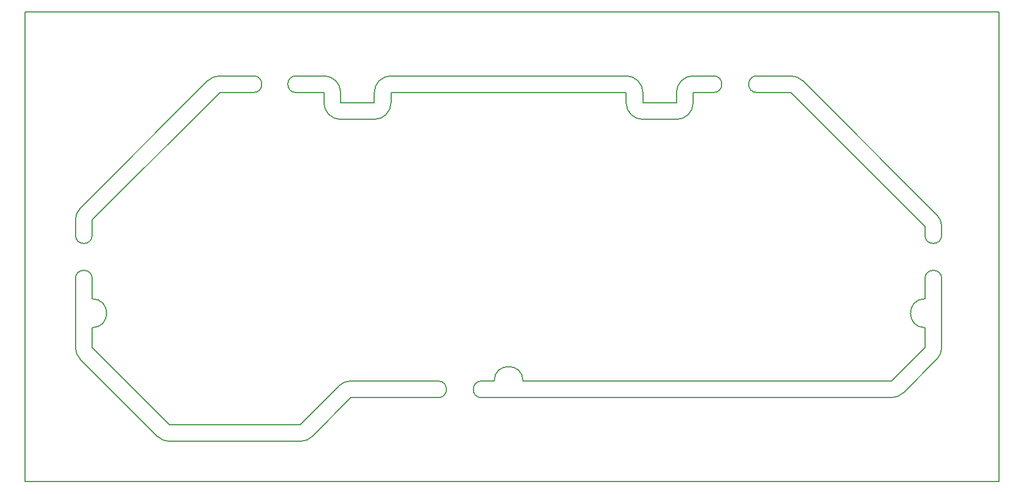
<source format=gbr>
%TF.GenerationSoftware,KiCad,Pcbnew,5.0.1*%
%TF.CreationDate,2019-03-15T13:44:14+01:00*%
%TF.ProjectId,rev1,726576312E6B696361645F7063620000,rev?*%
%TF.SameCoordinates,Original*%
%TF.FileFunction,Paste,Bot*%
%TF.FilePolarity,Positive*%
%FSLAX46Y46*%
G04 Gerber Fmt 4.6, Leading zero omitted, Abs format (unit mm)*
G04 Created by KiCad (PCBNEW 5.0.1) date Fri 15 Mar 2019 01:44:14 PM CET*
%MOMM*%
%LPD*%
G01*
G04 APERTURE LIST*
%ADD10C,0.200000*%
G04 APERTURE END LIST*
D10*
X130000000Y-138000000D02*
X110500000Y-138000000D01*
X108732233Y-137267767D02*
G75*
G03X110500000Y-138000000I1767767J1767767D01*
G01*
X131767767Y-137267767D02*
G75*
G02X130000000Y-138000000I-1767767J1767767D01*
G01*
X137500000Y-131500000D02*
X150500000Y-131500000D01*
X135732233Y-129732233D02*
G75*
G02X137500000Y-129000000I1767767J-1767767D01*
G01*
X97232233Y-125767767D02*
G75*
G02X96500000Y-124000000I1767767J1767767D01*
G01*
X137500000Y-131500000D02*
X131770000Y-137270000D01*
X130000000Y-135500000D02*
X135730000Y-129730000D01*
X110500000Y-135500000D02*
X130000000Y-135500000D01*
X188500000Y-83500000D02*
X191500000Y-83500000D01*
X181000000Y-87500000D02*
X186000000Y-87500000D01*
X181000000Y-87500000D02*
X181000000Y-86000000D01*
X186000000Y-87500000D02*
X186000000Y-86000000D01*
X188500000Y-83500000D02*
G75*
G03X186000000Y-86000000I0J-2500000D01*
G01*
X181000000Y-86000000D02*
G75*
G03X178500000Y-83500000I-2500000J0D01*
G01*
X141000000Y-87500000D02*
X141000000Y-86000000D01*
X136000000Y-87500000D02*
X141000000Y-87500000D01*
X136000000Y-87500000D02*
X136000000Y-86000000D01*
X129400000Y-83500000D02*
X133500000Y-83500000D01*
X136000000Y-86000000D02*
G75*
G03X133500000Y-83500000I-2500000J0D01*
G01*
X143500000Y-83500000D02*
G75*
G03X141000000Y-86000000I0J-2500000D01*
G01*
X158850000Y-129000000D02*
G75*
G02X163150000Y-129000000I2150000J0D01*
G01*
X224750000Y-125800000D02*
X219800000Y-130750000D01*
X219767767Y-130767767D02*
G75*
G02X218000000Y-131500000I-1767767J1767767D01*
G01*
X224767767Y-125767767D02*
G75*
G03X225500000Y-124000000I-1767767J1767767D01*
G01*
X97230000Y-125770000D02*
X108750000Y-137290000D01*
X224750000Y-104200000D02*
X204800000Y-84250000D01*
X204767767Y-84232233D02*
G75*
G03X203000000Y-83500000I-1767767J-1767767D01*
G01*
X224767767Y-104232233D02*
G75*
G02X225500000Y-106000000I-1767767J-1767767D01*
G01*
X116232233Y-84232233D02*
G75*
G02X118000000Y-83500000I1767767J-1767767D01*
G01*
X97232233Y-103232233D02*
G75*
G03X96500000Y-105000000I1767767J-1767767D01*
G01*
X97232233Y-103232233D02*
X116200000Y-84250000D01*
X188500000Y-87500000D02*
X188500000Y-86000000D01*
X181000000Y-90000000D02*
X186000000Y-90000000D01*
X178500000Y-87500000D02*
X178500000Y-86000000D01*
X186000000Y-90000000D02*
G75*
G03X188500000Y-87500000I0J2500000D01*
G01*
X178500000Y-87500000D02*
G75*
G03X181000000Y-90000000I2500000J0D01*
G01*
X141000000Y-90000000D02*
G75*
G03X143500000Y-87500000I0J2500000D01*
G01*
X133500000Y-87500000D02*
G75*
G03X136000000Y-90000000I2500000J0D01*
G01*
X218000000Y-131500000D02*
X157000000Y-131500000D01*
X157000000Y-129000000D02*
X158850000Y-129000000D01*
X157000000Y-131500000D02*
G75*
G02X157000000Y-129000000I0J1250000D01*
G01*
X150500000Y-129000000D02*
G75*
G02X150500000Y-131500000I0J-1250000D01*
G01*
X191500000Y-86000000D02*
X188500000Y-86000000D01*
X203000000Y-83500000D02*
X198000000Y-83500000D01*
X191500000Y-83500000D02*
G75*
G02X191500000Y-86000000I0J-1250000D01*
G01*
X198000000Y-83500000D02*
G75*
G03X198000000Y-86000000I0J-1250000D01*
G01*
X123000000Y-86000000D02*
X118000000Y-86000000D01*
X133500000Y-87500000D02*
X133500000Y-86000000D01*
X136000000Y-90000000D02*
X141000000Y-90000000D01*
X143500000Y-87500000D02*
X143500000Y-86000000D01*
X198000000Y-86000000D02*
X203000000Y-86000000D01*
X99000000Y-116750000D02*
G75*
G02X99000000Y-121050000I0J-2150000D01*
G01*
X178500000Y-83500000D02*
X143500000Y-83500000D01*
X143500000Y-86000000D02*
X178500000Y-86000000D01*
X123000000Y-83500000D02*
G75*
G02X123000000Y-86000000I0J-1250000D01*
G01*
X129373673Y-83506562D02*
G75*
G03X129373673Y-86006562I0J-1250000D01*
G01*
X225500000Y-107250000D02*
X225500000Y-106000000D01*
X223000000Y-107250000D02*
X223000000Y-106000000D01*
X225500000Y-113750000D02*
G75*
G03X223000000Y-113750000I-1250000J0D01*
G01*
X225500000Y-107250000D02*
G75*
G02X223000000Y-107250000I-1250000J0D01*
G01*
X96500000Y-107250000D02*
X96500000Y-105000000D01*
X99000000Y-107250000D02*
X99000000Y-105000000D01*
X99000000Y-113750000D02*
G75*
G03X96500000Y-113750000I-1250000J0D01*
G01*
X99000000Y-107250000D02*
G75*
G02X96500000Y-107250000I-1250000J0D01*
G01*
X225500000Y-124000000D02*
X225500000Y-113750000D01*
X118000000Y-83500000D02*
X123000000Y-83500000D01*
X234000000Y-74000000D02*
X89000000Y-74000000D01*
X234000000Y-144000000D02*
X234000000Y-74000000D01*
X89000000Y-144000000D02*
X234000000Y-144000000D01*
X89000000Y-74000000D02*
X89000000Y-144000000D01*
X96500000Y-124000000D02*
X96500000Y-113750000D01*
X223000000Y-121050000D02*
G75*
G02X223000000Y-116750000I0J2150000D01*
G01*
X223000000Y-124000000D02*
X218000000Y-129000000D01*
X99000000Y-124000000D02*
X110500000Y-135500000D01*
X99000000Y-113750000D02*
X99000000Y-116750000D01*
X118000000Y-86000000D02*
X99000000Y-105000000D01*
X223000000Y-113750000D02*
X223000000Y-116750000D01*
X203000000Y-86000000D02*
X223000000Y-106000000D01*
X129400000Y-86000000D02*
X133500000Y-86000000D01*
X223000000Y-124000000D02*
X223000000Y-121050000D01*
X163150000Y-129000000D02*
X218000000Y-129000000D01*
X99000000Y-124000000D02*
X99000000Y-121050000D01*
X150500000Y-129000000D02*
X137500000Y-129000000D01*
M02*

</source>
